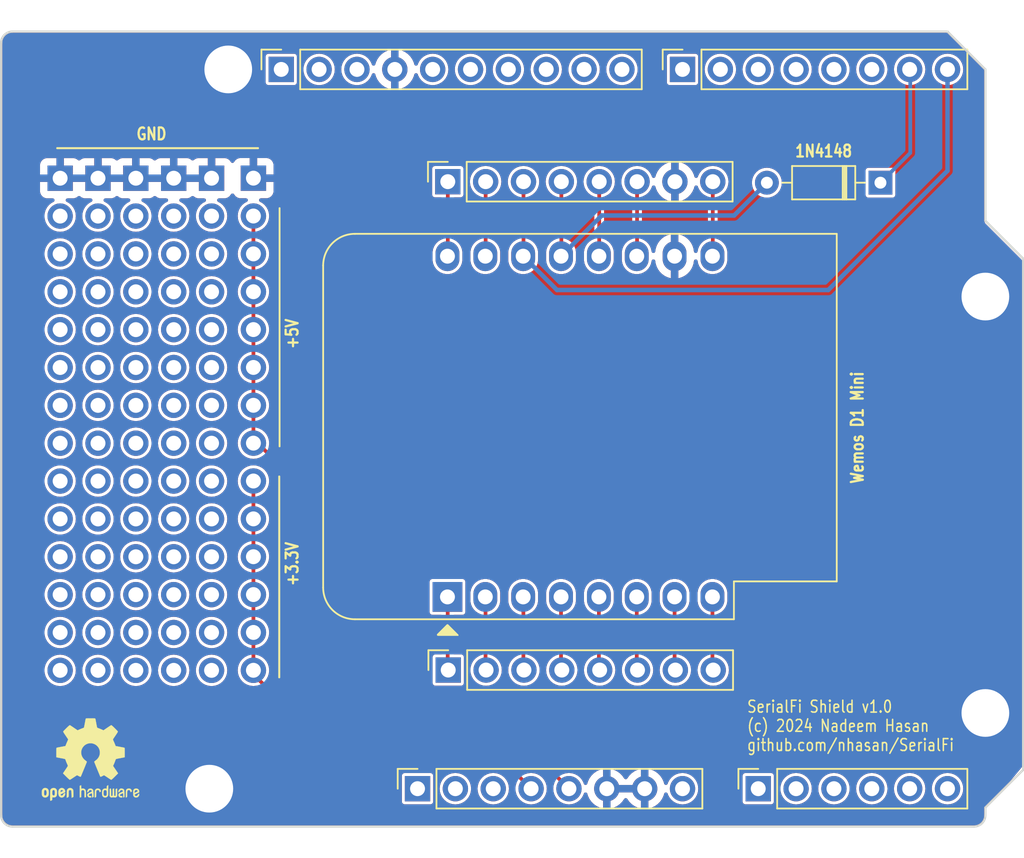
<source format=kicad_pcb>
(kicad_pcb (version 20240108) (generator "pcbnew") (generator_version "8.0")
  (title_block (date "mar. 31 mars 2015"))
  (layers (0 "F.Cu" signal) (31 "B.Cu" signal) (34 "B.Paste" user) (35 "F.Paste" user) (36 "B.SilkS" user "B.Silkscreen") (37 "F.SilkS" user "F.Silkscreen") (38 "B.Mask" user) (39 "F.Mask" user) (44 "Edge.Cuts" user))
  (net 0 "")
  (net 1 "GND")
  (net 3 "+5V")
  (net 4 "/IOREF")
  (net 5 "/A0")
  (net 6 "/A1")
  (net 7 "/A2")
  (net 8 "/A3")
  (net 9 "/SDA{slash}A4")
  (net 10 "/SCL{slash}A5")
  (net 11 "/13")
  (net 12 "/12")
  (net 13 "/AREF")
  (net 14 "/8")
  (net 15 "/7")
  (net 16 "/*11")
  (net 17 "/*10")
  (net 18 "/*9")
  (net 19 "/4")
  (net 20 "/2")
  (net 21 "/*6")
  (net 22 "/*5")
  (net 23 "/TX{slash}1")
  (net 24 "/*3")
  (net 25 "/RX{slash}0")
  (net 26 "+3V3")
  (net 27 "VCC")
  (net 28 "/~{RESET}")
  (net 29 "/SRX")
  (net 30 "/~{RST}")
  (net 31 "/D0'")
  (net 32 "/A0'")
  (net 33 "/SCK{slash}D5")
  (net 34 "/3V3")
  (net 35 "/MOSI{slash}D7")
  (net 36 "/MISO{slash}D6")
  (net 37 "/CS{slash}D8")
  (net 38 "/TX")
  (net 39 "/D4")
  (net 40 "/RX")
  (net 41 "/5V")
  (net 42 "/D3")
  (footprint "Connector_PinSocket_2.54mm:PinSocket_1x08_P2.54mm_Vertical" (layer "F.Cu") (at 127.94 97.46 90)
    (property "Reference" "J1" (hide yes))
    (property "Value" "Power")
    (pad "1" thru_hole rect (at 0 0 90) (size 1.7 1.7) (drill 1) (layers "*.Cu" "*.Mask"))
    (pad "2" thru_hole oval (at 0 2.54 90) (size 1.7 1.7) (drill 1) (layers "*.Cu" "*.Mask") (net 4 "/IOREF"))
    (pad "3" thru_hole oval (at 0 5.08 90) (size 1.7 1.7) (drill 1) (layers "*.Cu" "*.Mask") (net 28 "/~{RESET}"))
    (pad "4" thru_hole oval (at 0 7.62 90) (size 1.7 1.7) (drill 1) (layers "*.Cu" "*.Mask") (net 26 "+3V3"))
    (pad "5" thru_hole oval (at 0 10.16 90) (size 1.7 1.7) (drill 1) (layers "*.Cu" "*.Mask") (net 3 "+5V"))
    (pad "6" thru_hole oval (at 0 12.7 90) (size 1.7 1.7) (drill 1) (layers "*.Cu" "*.Mask") (net 1 "GND"))
    (pad "7" thru_hole oval (at 0 15.24 90) (size 1.7 1.7) (drill 1) (layers "*.Cu" "*.Mask") (net 1 "GND"))
    (pad "8" thru_hole oval (at 0 17.78 90) (size 1.7 1.7) (drill 1) (layers "*.Cu" "*.Mask") (net 27 "VCC"))
  )
  (footprint "Connector_PinSocket_2.54mm:PinSocket_1x06_P2.54mm_Vertical" (layer "F.Cu") (at 150.8 97.46 90)
    (property "Reference" "J3" (hide yes))
    (property "Value" "Analog")
    (pad "1" thru_hole rect (at 0 0 90) (size 1.7 1.7) (drill 1) (layers "*.Cu" "*.Mask") (net 5 "/A0"))
    (pad "2" thru_hole oval (at 0 2.54 90) (size 1.7 1.7) (drill 1) (layers "*.Cu" "*.Mask") (net 6 "/A1"))
    (pad "3" thru_hole oval (at 0 5.08 90) (size 1.7 1.7) (drill 1) (layers "*.Cu" "*.Mask") (net 7 "/A2"))
    (pad "4" thru_hole oval (at 0 7.62 90) (size 1.7 1.7) (drill 1) (layers "*.Cu" "*.Mask") (net 8 "/A3"))
    (pad "5" thru_hole oval (at 0 10.16 90) (size 1.7 1.7) (drill 1) (layers "*.Cu" "*.Mask") (net 9 "/SDA{slash}A4"))
    (pad "6" thru_hole oval (at 0 12.7 90) (size 1.7 1.7) (drill 1) (layers "*.Cu" "*.Mask") (net 10 "/SCL{slash}A5"))
  )
  (footprint "Connector_PinSocket_2.54mm:PinSocket_1x10_P2.54mm_Vertical" (layer "F.Cu") (at 118.796 49.2 90)
    (property "Reference" "J2" (hide yes))
    (property "Value" "Digital/PWM")
    (pad "1" thru_hole rect (at 0 0 90) (size 1.7 1.7) (drill 1) (layers "*.Cu" "*.Mask") (net 10 "/SCL{slash}A5"))
    (pad "2" thru_hole oval (at 0 2.54 90) (size 1.7 1.7) (drill 1) (layers "*.Cu" "*.Mask") (net 9 "/SDA{slash}A4"))
    (pad "3" thru_hole oval (at 0 5.08 90) (size 1.7 1.7) (drill 1) (layers "*.Cu" "*.Mask") (net 13 "/AREF"))
    (pad "4" thru_hole oval (at 0 7.62 90) (size 1.7 1.7) (drill 1) (layers "*.Cu" "*.Mask") (net 1 "GND"))
    (pad "5" thru_hole oval (at 0 10.16 90) (size 1.7 1.7) (drill 1) (layers "*.Cu" "*.Mask") (net 11 "/13"))
    (pad "6" thru_hole oval (at 0 12.7 90) (size 1.7 1.7) (drill 1) (layers "*.Cu" "*.Mask") (net 12 "/12"))
    (pad "7" thru_hole oval (at 0 15.24 90) (size 1.7 1.7) (drill 1) (layers "*.Cu" "*.Mask") (net 16 "/*11"))
    (pad "8" thru_hole oval (at 0 17.78 90) (size 1.7 1.7) (drill 1) (layers "*.Cu" "*.Mask") (net 17 "/*10"))
    (pad "9" thru_hole oval (at 0 20.32 90) (size 1.7 1.7) (drill 1) (layers "*.Cu" "*.Mask") (net 18 "/*9"))
    (pad "10" thru_hole oval (at 0 22.86 90) (size 1.7 1.7) (drill 1) (layers "*.Cu" "*.Mask") (net 14 "/8"))
  )
  (footprint "Connector_PinSocket_2.54mm:PinSocket_1x08_P2.54mm_Vertical" (layer "F.Cu") (at 145.72 49.2 90)
    (property "Reference" "J4" (hide yes))
    (property "Value" "Digital/PWM")
    (pad "1" thru_hole rect (at 0 0 90) (size 1.7 1.7) (drill 1) (layers "*.Cu" "*.Mask") (net 15 "/7"))
    (pad "2" thru_hole oval (at 0 2.54 90) (size 1.7 1.7) (drill 1) (layers "*.Cu" "*.Mask") (net 21 "/*6"))
    (pad "3" thru_hole oval (at 0 5.08 90) (size 1.7 1.7) (drill 1) (layers "*.Cu" "*.Mask") (net 22 "/*5"))
    (pad "4" thru_hole oval (at 0 7.62 90) (size 1.7 1.7) (drill 1) (layers "*.Cu" "*.Mask") (net 19 "/4"))
    (pad "5" thru_hole oval (at 0 10.16 90) (size 1.7 1.7) (drill 1) (layers "*.Cu" "*.Mask") (net 24 "/*3"))
    (pad "6" thru_hole oval (at 0 12.7 90) (size 1.7 1.7) (drill 1) (layers "*.Cu" "*.Mask") (net 20 "/2"))
    (pad "7" thru_hole oval (at 0 15.24 90) (size 1.7 1.7) (drill 1) (layers "*.Cu" "*.Mask") (net 23 "/TX{slash}1"))
    (pad "8" thru_hole oval (at 0 17.78 90) (size 1.7 1.7) (drill 1) (layers "*.Cu" "*.Mask") (net 25 "/RX{slash}0"))
  )
  (footprint "Connector_PinSocket_2.54mm:PinSocket_1x14_P2.54mm_Vertical" (layer "F.Cu") (at 109.04 56.5)
    (property "Reference" "C3" (hide yes))
    (property "Value" "PinSocket_1x14_P2.54mm_Vertical" (hide yes))
    (pad "1" thru_hole rect (at 0 0) (size 1.7 1.7) (drill 1) (layers "*.Cu" "*.Mask") (net 1 "GND"))
    (pad "2" thru_hole oval (at 0 2.54) (size 1.7 1.7) (drill 1) (layers "*.Cu" "*.Mask"))
    (pad "3" thru_hole oval (at 0 5.08) (size 1.7 1.7) (drill 1) (layers "*.Cu" "*.Mask"))
    (pad "4" thru_hole oval (at 0 7.62) (size 1.7 1.7) (drill 1) (layers "*.Cu" "*.Mask"))
    (pad "5" thru_hole oval (at 0 10.16) (size 1.7 1.7) (drill 1) (layers "*.Cu" "*.Mask"))
    (pad "6" thru_hole oval (at 0 12.7) (size 1.7 1.7) (drill 1) (layers "*.Cu" "*.Mask"))
    (pad "7" thru_hole oval (at 0 15.24) (size 1.7 1.7) (drill 1) (layers "*.Cu" "*.Mask"))
    (pad "8" thru_hole oval (at 0 17.78) (size 1.7 1.7) (drill 1) (layers "*.Cu" "*.Mask"))
    (pad "9" thru_hole oval (at 0 20.32) (size 1.7 1.7) (drill 1) (layers "*.Cu" "*.Mask"))
    (pad "10" thru_hole oval (at 0 22.86) (size 1.7 1.7) (drill 1) (layers "*.Cu" "*.Mask"))
    (pad "11" thru_hole oval (at 0 25.4) (size 1.7 1.7) (drill 1) (layers "*.Cu" "*.Mask"))
    (pad "12" thru_hole oval (at 0 27.94) (size 1.7 1.7) (drill 1) (layers "*.Cu" "*.Mask"))
    (pad "13" thru_hole oval (at 0 30.48) (size 1.7 1.7) (drill 1) (layers "*.Cu" "*.Mask"))
    (pad "14" thru_hole oval (at 0 33.02) (size 1.7 1.7) (drill 1) (layers "*.Cu" "*.Mask"))
  )
  (footprint "Module:WEMOS_D1_mini_light" (layer "F.Cu") (at 129.948286 84.591877 90)
    (property "Reference" "Wemos D1 Mini" (at 11.36 27.5 270) (layer "F.SilkS") (effects (font (size 0.8 0.65))))
    (property "Value" "WeMos_D1_mini")
    (pad "1" thru_hole rect (at 0 0 90) (size 2 2) (drill 1) (layers "*.Cu" "*.Mask") (net 30 "/~{RST}"))
    (pad "2" thru_hole oval (at 0 2.54 90) (size 2 1.6) (drill 1) (layers "*.Cu" "*.Mask") (net 32 "/A0'"))
    (pad "3" thru_hole oval (at 0 5.08 90) (size 2 1.6) (drill 1) (layers "*.Cu" "*.Mask") (net 31 "/D0'"))
    (pad "4" thru_hole oval (at 0 7.62 90) (size 2 1.6) (drill 1) (layers "*.Cu" "*.Mask") (net 33 "/SCK{slash}D5"))
    (pad "5" thru_hole oval (at 0 10.16 90) (size 2 1.6) (drill 1) (layers "*.Cu" "*.Mask") (net 36 "/MISO{slash}D6"))
    (pad "6" thru_hole oval (at 0 12.7 90) (size 2 1.6) (drill 1) (layers "*.Cu" "*.Mask") (net 35 "/MOSI{slash}D7"))
    (pad "7" thru_hole oval (at 0 15.24 90) (size 2 1.6) (drill 1) (layers "*.Cu" "*.Mask") (net 37 "/CS{slash}D8"))
    (pad "8" thru_hole oval (at 0 17.78 90) (size 2 1.6) (drill 1) (layers "*.Cu" "*.Mask") (net 34 "/3V3"))
    (pad "9" thru_hole oval (at 22.86 17.78 90) (size 2 1.6) (drill 1) (layers "*.Cu" "*.Mask") (net 41 "/5V"))
    (pad "10" thru_hole oval (at 22.86 15.24 90) (size 2 1.6) (drill 1) (layers "*.Cu" "*.Mask") (net 1 "GND"))
    (pad "11" thru_hole oval (at 22.86 12.7 90) (size 2 1.6) (drill 1) (layers "*.Cu" "*.Mask") (net 39 "/D4"))
    (pad "12" thru_hole oval (at 22.86 10.16 90) (size 2 1.6) (drill 1) (layers "*.Cu" "*.Mask") (net 42 "/D3"))
    (pad "13" thru_hole oval (at 22.86 7.62 90) (size 2 1.6) (drill 1) (layers "*.Cu" "*.Mask") (net 29 "/SRX"))
    (pad "14" thru_hole oval (at 22.86 5.08 90) (size 2 1.6) (drill 1) (layers "*.Cu" "*.Mask") (net 25 "/RX{slash}0"))
    (pad "15" thru_hole oval (at 22.86 2.54 90) (size 2 1.6) (drill 1) (layers "*.Cu" "*.Mask") (net 40 "/RX"))
    (pad "16" thru_hole oval (at 22.86 0 90) (size 2 1.6) (drill 1) (layers "*.Cu" "*.Mask") (net 38 "/TX"))
  )
  (footprint "Diode_THT:D_DO-35_SOD27_P7.62mm_Horizontal" (layer "F.Cu") (at 159 56.800746 180)
    (property "Reference" "D1" (hide yes))
    (property "Value" "1N4148" (at 3.81 2.12 180) (layer "F.SilkS") (effects (font (size 0.8 0.65))))
    (pad "1" thru_hole rect (at 0 0 180) (size 1.6 1.6) (drill 0.8) (layers "*.Cu" "*.Mask") (net 23 "/TX{slash}1"))
    (pad "2" thru_hole oval (at 7.62 0 180) (size 1.6 1.6) (drill 0.8) (layers "*.Cu" "*.Mask") (net 29 "/SRX"))
  )
  (footprint "Connector_PinSocket_2.54mm:PinSocket_1x14_P2.54mm_Vertical" (layer "F.Cu") (at 114.12 56.5)
    (property "Reference" "C5" (hide yes))
    (property "Value" "PinSocket_1x14_P2.54mm_Vertical" (hide yes))
    (pad "1" thru_hole rect (at 0 0) (size 1.7 1.7) (drill 1) (layers "*.Cu" "*.Mask") (net 1 "GND"))
    (pad "2" thru_hole oval (at 0 2.54) (size 1.7 1.7) (drill 1) (layers "*.Cu" "*.Mask"))
    (pad "3" thru_hole oval (at 0 5.08) (size 1.7 1.7) (drill 1) (layers "*.Cu" "*.Mask"))
    (pad "4" thru_hole oval (at 0 7.62) (size 1.7 1.7) (drill 1) (layers "*.Cu" "*.Mask"))
    (pad "5" thru_hole oval (at 0 10.16) (size 1.7 1.7) (drill 1) (layers "*.Cu" "*.Mask"))
    (pad "6" thru_hole oval (at 0 12.7) (size 1.7 1.7) (drill 1) (layers "*.Cu" "*.Mask"))
    (pad "7" thru_hole oval (at 0 15.24) (size 1.7 1.7) (drill 1) (layers "*.Cu" "*.Mask"))
    (pad "8" thru_hole oval (at 0 17.78) (size 1.7 1.7) (drill 1) (layers "*.Cu" "*.Mask"))
    (pad "9" thru_hole oval (at 0 20.32) (size 1.7 1.7) (drill 1) (layers "*.Cu" "*.Mask"))
    (pad "10" thru_hole oval (at 0 22.86) (size 1.7 1.7) (drill 1) (layers "*.Cu" "*.Mask"))
    (pad "11" thru_hole oval (at 0 25.4) (size 1.7 1.7) (drill 1) (layers "*.Cu" "*.Mask"))
    (pad "12" thru_hole oval (at 0 27.94) (size 1.7 1.7) (drill 1) (layers "*.Cu" "*.Mask"))
    (pad "13" thru_hole oval (at 0 30.48) (size 1.7 1.7) (drill 1) (layers "*.Cu" "*.Mask"))
    (pad "14" thru_hole oval (at 0 33.02) (size 1.7 1.7) (drill 1) (layers "*.Cu" "*.Mask"))
  )
  (footprint "Symbol:OSHW-Logo2_7.3x6mm_SilkScreen" (layer "F.Cu") (at 106 95.5)
    (property "Reference" "REF**" (hide yes))
    (property "Value" "OSHW-Logo2_7.3x6mm_SilkScreen" (hide yes))
  )
  (footprint "Connector_PinSocket_2.54mm:PinSocket_1x08_P2.54mm_Vertical" (layer "F.Cu") (at 130 89.5 90)
    (property "Reference" "J5" (hide yes))
    (property "Value" "Digital/PWM" (hide yes))
    (pad "1" thru_hole rect (at 0 0 90) (size 1.7 1.7) (drill 1) (layers "*.Cu" "*.Mask") (net 30 "/~{RST}"))
    (pad "2" thru_hole oval (at 0 2.54 90) (size 1.7 1.7) (drill 1) (layers "*.Cu" "*.Mask") (net 32 "/A0'"))
    (pad "3" thru_hole oval (at 0 5.08 90) (size 1.7 1.7) (drill 1) (layers "*.Cu" "*.Mask") (net 31 "/D0'"))
    (pad "4" thru_hole oval (at 0 7.62 90) (size 1.7 1.7) (drill 1) (layers "*.Cu" "*.Mask") (net 33 "/SCK{slash}D5"))
    (pad "5" thru_hole oval (at 0 10.16 90) (size 1.7 1.7) (drill 1) (layers "*.Cu" "*.Mask") (net 36 "/MISO{slash}D6"))
    (pad "6" thru_hole oval (at 0 12.7 90) (size 1.7 1.7) (drill 1) (layers "*.Cu" "*.Mask") (net 35 "/MOSI{slash}D7"))
    (pad "7" thru_hole oval (at 0 15.24 90) (size 1.7 1.7) (drill 1) (layers "*.Cu" "*.Mask") (net 37 "/CS{slash}D8"))
    (pad "8" thru_hole oval (at 0 17.78 90) (size 1.7 1.7) (drill 1) (layers "*.Cu" "*.Mask") (net 34 "/3V3"))
  )
  (footprint "Connector_PinSocket_2.54mm:PinSocket_1x14_P2.54mm_Vertical" (layer "F.Cu") (at 103.96 56.5)
    (property "Reference" "C1" (hide yes))
    (property "Value" "PinSocket_1x14_P2.54mm_Vertical" (hide yes))
    (pad "1" thru_hole rect (at 0 0) (size 1.7 1.7) (drill 1) (layers "*.Cu" "*.Mask") (net 1 "GND"))
    (pad "2" thru_hole oval (at 0 2.54) (size 1.7 1.7) (drill 1) (layers "*.Cu" "*.Mask"))
    (pad "3" thru_hole oval (at 0 5.08) (size 1.7 1.7) (drill 1) (layers "*.Cu" "*.Mask"))
    (pad "4" thru_hole oval (at 0 7.62) (size 1.7 1.7) (drill 1) (layers "*.Cu" "*.Mask"))
    (pad "5" thru_hole oval (at 0 10.16) (size 1.7 1.7) (drill 1) (layers "*.Cu" "*.Mask"))
    (pad "6" thru_hole oval (at 0 12.7) (size 1.7 1.7) (drill 1) (layers "*.Cu" "*.Mask"))
    (pad "7" thru_hole oval (at 0 15.24) (size 1.7 1.7) (drill 1) (layers "*.Cu" "*.Mask"))
    (pad "8" thru_hole oval (at 0 17.78) (size 1.7 1.7) (drill 1) (layers "*.Cu" "*.Mask"))
    (pad "9" thru_hole oval (at 0 20.32) (size 1.7 1.7) (drill 1) (layers "*.Cu" "*.Mask"))
    (pad "10" thru_hole oval (at 0 22.86) (size 1.7 1.7) (drill 1) (layers "*.Cu" "*.Mask"))
    (pad "11" thru_hole oval (at 0 25.4) (size 1.7 1.7) (drill 1) (layers "*.Cu" "*.Mask"))
    (pad "12" thru_hole oval (at 0 27.94) (size 1.7 1.7) (drill 1) (layers "*.Cu" "*.Mask"))
    (pad "13" thru_hole oval (at 0 30.48) (size 1.7 1.7) (drill 1) (layers "*.Cu" "*.Mask"))
    (pad "14" thru_hole oval (at 0 33.02) (size 1.7 1.7) (drill 1) (layers "*.Cu" "*.Mask"))
  )
  (footprint "Arduino_MountingHole:MountingHole_3.2mm" (layer "F.Cu") (at 115.24 49.2)
    (property "Reference" "MH1" (hide yes))
    (property "Value" "MountingHole_3.2mm" (hide yes))
    (pad "" np_thru_hole circle (at 0 0) (size 3.2 3.2) (drill 3.2) (layers "*.Cu" "*.Mask"))
  )
  (footprint "Connector_PinSocket_2.54mm:PinSocket_1x14_P2.54mm_Vertical" (layer "F.Cu") (at 111.58 56.5)
    (property "Reference" "C4" (hide yes))
    (property "Value" "PinSocket_1x14_P2.54mm_Vertical" (hide yes))
    (pad "1" thru_hole rect (at 0 0) (size 1.7 1.7) (drill 1) (layers "*.Cu" "*.Mask") (net 1 "GND"))
    (pad "2" thru_hole oval (at 0 2.54) (size 1.7 1.7) (drill 1) (layers "*.Cu" "*.Mask"))
    (pad "3" thru_hole oval (at 0 5.08) (size 1.7 1.7) (drill 1) (layers "*.Cu" "*.Mask"))
    (pad "4" thru_hole oval (at 0 7.62) (size 1.7 1.7) (drill 1) (layers "*.Cu" "*.Mask"))
    (pad "5" thru_hole oval (at 0 10.16) (size 1.7 1.7) (drill 1) (layers "*.Cu" "*.Mask"))
    (pad "6" thru_hole oval (at 0 12.7) (size 1.7 1.7) (drill 1) (layers "*.Cu" "*.Mask"))
    (pad "7" thru_hole oval (at 0 15.24) (size 1.7 1.7) (drill 1) (layers "*.Cu" "*.Mask"))
    (pad "8" thru_hole oval (at 0 17.78) (size 1.7 1.7) (drill 1) (layers "*.Cu" "*.Mask"))
    (pad "9" thru_hole oval (at 0 20.32) (size 1.7 1.7) (drill 1) (layers "*.Cu" "*.Mask"))
    (pad "10" thru_hole oval (at 0 22.86) (size 1.7 1.7) (drill 1) (layers "*.Cu" "*.Mask"))
    (pad "11" thru_hole oval (at 0 25.4) (size 1.7 1.7) (drill 1) (layers "*.Cu" "*.Mask"))
    (pad "12" thru_hole oval (at 0 27.94) (size 1.7 1.7) (drill 1) (layers "*.Cu" "*.Mask"))
    (pad "13" thru_hole oval (at 0 30.48) (size 1.7 1.7) (drill 1) (layers "*.Cu" "*.Mask"))
    (pad "14" thru_hole oval (at 0 33.02) (size 1.7 1.7) (drill 1) (layers "*.Cu" "*.Mask"))
  )
  (footprint "Connector_PinSocket_2.54mm:PinSocket_1x14_P2.54mm_Vertical" (layer "F.Cu") (at 116.929085 56.495834)
    (property "Reference" "C6" (hide yes))
    (property "Value" "PinSocket_1x14_P2.54mm_Vertical" (hide yes))
    (pad "1" thru_hole rect (at 0 0) (size 1.7 1.7) (drill 1) (layers "*.Cu" "*.Mask") (net 1 "GND"))
    (pad "2" thru_hole oval (at 0 2.54) (size 1.7 1.7) (drill 1) (layers "*.Cu" "*.Mask") (net 3 "+5V"))
    (pad "3" thru_hole oval (at 0 5.08) (size 1.7 1.7) (drill 1) (layers "*.Cu" "*.Mask") (net 3 "+5V"))
    (pad "4" thru_hole oval (at 0 7.62) (size 1.7 1.7) (drill 1) (layers "*.Cu" "*.Mask") (net 3 "+5V"))
    (pad "5" thru_hole oval (at 0 10.16) (size 1.7 1.7) (drill 1) (layers "*.Cu" "*.Mask") (net 3 "+5V"))
    (pad "6" thru_hole oval (at 0 12.7) (size 1.7 1.7) (drill 1) (layers "*.Cu" "*.Mask") (net 3 "+5V"))
    (pad "7" thru_hole oval (at 0 15.24) (size 1.7 1.7) (drill 1) (layers "*.Cu" "*.Mask") (net 3 "+5V"))
    (pad "8" thru_hole oval (at 0 17.78) (size 1.7 1.7) (drill 1) (layers "*.Cu" "*.Mask") (net 3 "+5V"))
    (pad "9" thru_hole oval (at 0 20.32) (size 1.7 1.7) (drill 1) (layers "*.Cu" "*.Mask") (net 26 "+3V3"))
    (pad "10" thru_hole oval (at 0 22.86) (size 1.7 1.7) (drill 1) (layers "*.Cu" "*.Mask") (net 26 "+3V3"))
    (pad "11" thru_hole oval (at 0 25.4) (size 1.7 1.7) (drill 1) (layers "*.Cu" "*.Mask") (net 26 "+3V3"))
    (pad "12" thru_hole oval (at 0 27.94) (size 1.7 1.7) (drill 1) (layers "*.Cu" "*.Mask") (net 26 "+3V3"))
    (pad "13" thru_hole oval (at 0 30.48) (size 1.7 1.7) (drill 1) (layers "*.Cu" "*.Mask") (net 26 "+3V3"))
    (pad "14" thru_hole oval (at 0 33.02) (size 1.7 1.7) (drill 1) (layers "*.Cu" "*.Mask") (net 26 "+3V3"))
  )
  (footprint "Connector_PinSocket_2.54mm:PinSocket_1x08_P2.54mm_Vertical" (layer "F.Cu") (at 129.970061 56.731141 90)
    (property "Reference" "J6" (hide yes))
    (property "Value" "Digital/PWM" (hide yes))
    (pad "1" thru_hole rect (at 0 0 90) (size 1.7 1.7) (drill 1) (layers "*.Cu" "*.Mask") (net 38 "/TX"))
    (pad "2" thru_hole oval (at 0 2.54 90) (size 1.7 1.7) (drill 1) (layers "*.Cu" "*.Mask") (net 40 "/RX"))
    (pad "3" thru_hole oval (at 0 5.08 90) (size 1.7 1.7) (drill 1) (layers "*.Cu" "*.Mask") (net 25 "/RX{slash}0"))
    (pad "4" thru_hole oval (at 0 7.62 90) (size 1.7 1.7) (drill 1) (layers "*.Cu" "*.Mask") (net 29 "/SRX"))
    (pad "5" thru_hole oval (at 0 10.16 90) (size 1.7 1.7) (drill 1) (layers "*.Cu" "*.Mask") (net 42 "/D3"))
    (pad "6" thru_hole oval (at 0 12.7 90) (size 1.7 1.7) (drill 1) (layers "*.Cu" "*.Mask") (net 39 "/D4"))
    (pad "7" thru_hole oval (at 0 15.24 90) (size 1.7 1.7) (drill 1) (layers "*.Cu" "*.Mask") (net 1 "GND"))
    (pad "8" thru_hole oval (at 0 17.78 90) (size 1.7 1.7) (drill 1) (layers "*.Cu" "*.Mask") (net 41 "/5V"))
  )
  (footprint "Connector_PinSocket_2.54mm:PinSocket_1x14_P2.54mm_Vertical" (layer "F.Cu") (at 106.5 56.5)
    (property "Reference" "C2" (hide yes))
    (property "Value" "PinSocket_1x14_P2.54mm_Vertical" (hide yes))
    (pad "1" thru_hole rect (at 0 0) (size 1.7 1.7) (drill 1) (layers "*.Cu" "*.Mask") (net 1 "GND"))
    (pad "2" thru_hole oval (at 0 2.54) (size 1.7 1.7) (drill 1) (layers "*.Cu" "*.Mask"))
    (pad "3" thru_hole oval (at 0 5.08) (size 1.7 1.7) (drill 1) (layers "*.Cu" "*.Mask"))
    (pad "4" thru_hole oval (at 0 7.62) (size 1.7 1.7) (drill 1) (layers "*.Cu" "*.Mask"))
    (pad "5" thru_hole oval (at 0 10.16) (size 1.7 1.7) (drill 1) (layers "*.Cu" "*.Mask"))
    (pad "6" thru_hole oval (at 0 12.7) (size 1.7 1.7) (drill 1) (layers "*.Cu" "*.Mask"))
    (pad "7" thru_hole oval (at 0 15.24) (size 1.7 1.7) (drill 1) (layers "*.Cu" "*.Mask"))
    (pad "8" thru_hole oval (at 0 17.78) (size 1.7 1.7) (drill 1) (layers "*.Cu" "*.Mask"))
    (pad "9" thru_hole oval (at 0 20.32) (size 1.7 1.7) (drill 1) (layers "*.Cu" "*.Mask"))
    (pad "10" thru_hole oval (at 0 22.86) (size 1.7 1.7) (drill 1) (layers "*.Cu" "*.Mask"))
    (pad "11" thru_hole oval (at 0 25.4) (size 1.7 1.7) (drill 1) (layers "*.Cu" "*.Mask"))
    (pad "12" thru_hole oval (at 0 27.94) (size 1.7 1.7) (drill 1) (layers "*.Cu" "*.Mask"))
    (pad "13" thru_hole oval (at 0 30.48) (size 1.7 1.7) (drill 1) (layers "*.Cu" "*.Mask"))
    (pad "14" thru_hole oval (at 0 33.02) (size 1.7 1.7) (drill 1) (layers "*.Cu" "*.Mask"))
  )
  (footprint "Arduino_MountingHole:MountingHole_3.2mm" (layer "F.Cu") (at 113.97 97.46)
    (property "Reference" "MH2" (hide yes))
    (property "Value" "MountingHole_3.2mm" (hide yes))
    (pad "" np_thru_hole circle (at 0 0) (size 3.2 3.2) (drill 3.2) (layers "*.Cu" "*.Mask"))
  )
  (footprint "Arduino_MountingHole:MountingHole_3.2mm" (layer "F.Cu") (at 166.04 64.44)
    (property "Reference" "MH3" (hide yes))
    (property "Value" "MountingHole_3.2mm" (hide yes))
    (pad "" np_thru_hole circle (at 0 0) (size 3.2 3.2) (drill 3.2) (layers "*.Cu" "*.Mask"))
  )
  (footprint "Arduino_MountingHole:MountingHole_3.2mm" (layer "F.Cu") (at 166.04 92.38)
    (property "Reference" "MH4" (hide yes))
    (property "Value" "MountingHole_3.2mm" (hide yes))
    (pad "" np_thru_hole circle (at 0 0) (size 3.2 3.2) (drill 3.2) (layers "*.Cu" "*.Mask"))
  )
  (gr_rect (start 118.670964 58.5) (end 118.696364 74.5) (stroke (width 0.1)) (fill none) (layer "F.SilkS"))
  (gr_rect (start 118.644385 76.500705) (end 118.678022 90.000705) (stroke (width 0.1)) (fill none) (layer "F.SilkS"))
  (gr_rect (start 103.75 54.466363) (end 117.25 54.5) (stroke (width 0.1)) (fill none) (layer "F.SilkS"))
  (gr_line (start 166.04 59.36) (end 168.58 61.9) (stroke (width 0.15)) (layer "Edge.Cuts"))
  (gr_line (start 100 99.238) (end 100 47.422) (stroke (width 0.15)) (layer "Edge.Cuts"))
  (gr_line (start 168.58 61.9) (end 168.58 96.19) (stroke (width 0.15)) (layer "Edge.Cuts"))
  (gr_line (start 165.278 100) (end 100.762 100) (stroke (width 0.15)) (layer "Edge.Cuts"))
  (gr_line (start 100.762 46.66) (end 163.5 46.66) (stroke (width 0.15)) (layer "Edge.Cuts"))
  (gr_arc (start 100.762 100) (mid 100.223185 99.776815) (end 100 99.238) (stroke (width 0.15)) (layer "Edge.Cuts"))
  (gr_line (start 168.58 96.19) (end 166.04 98.73) (stroke (width 0.15)) (layer "Edge.Cuts"))
  (gr_line (start 163.5 46.66) (end 166.04 49.2) (stroke (width 0.15)) (layer "Edge.Cuts"))
  (gr_arc (start 166.04 99.238) (mid 165.816815 99.776815) (end 165.278 100) (stroke (width 0.15)) (layer "Edge.Cuts"))
  (gr_line (start 166.04 49.2) (end 166.04 59.36) (stroke (width 0.15)) (layer "Edge.Cuts"))
  (gr_line (start 166.04 98.73) (end 166.04 99.238) (stroke (width 0.15)) (layer "Edge.Cuts"))
  (gr_arc (start 100 47.422) (mid 100.223185 46.883185) (end 100.762 46.66) (stroke (width 0.15)) (layer "Edge.Cuts"))
  (gr_text "+3.3V" (at 119.995834 83.933672 90) (layer "F.SilkS") (effects (font (size 0.8 0.65)) (justify left bottom)))
  (gr_text "GND" (at 109 54 0) (layer "F.SilkS") (effects (font (size 0.8 0.65)) (justify left bottom)))
  (gr_text "+5V" (at 119.995834 68.028163 90) (layer "F.SilkS") (effects (font (size 0.8 0.65)) (justify left bottom)))
  (gr_text "SerialFi Shield v1.0\n(c) 2024 Nadeem Hasan\ngithub.com/nhasan/SerialFi" (at 150 95 0) (layer "F.SilkS") (effects (font (size 0.8 0.65) (thickness 0.1)) (justify left bottom)))
  (segment (start 145.210061 61.710102) (end 145.188286 61.731877) (width 0.25) (layer "F.Cu") (net 1))
  (segment (start 143.28 97.36) (end 143.18 97.46) (width 0.25) (layer "F.Cu") (net 1))
  (segment (start 145.210061 56.731141) (end 145.210061 61.710102) (width 0.25) (layer "F.Cu") (net 1))
  (segment (start 116.66 59.04) (end 116.929085 59.309085) (width 0.25) (layer "F.Cu") (net 3))
  (segment (start 116.929085 59.309085) (end 116.929085 73.989085) (width 0.25) (layer "F.Cu") (net 3))
  (segment (start 134.64 94) (end 138.1 97.46) (width 0.25) (layer "F.Cu") (net 3))
  (segment (start 127.5 94) (end 134.64 94) (width 0.25) (layer "F.Cu") (net 3))
  (segment (start 119.5 76.56) (end 119.5 86) (width 0.25) (layer "F.Cu") (net 3))
  (segment (start 119.5 86) (end 127.5 94) (width 0.25) (layer "F.Cu") (net 3))
  (segment (start 116.929085 73.989085) (end 119.5 76.56) (width 0.25) (layer "F.Cu") (net 3))
  (segment (start 160.96 49.2) (end 161 49.24) (width 0.25) (layer "F.Cu") (net 23))
  (segment (start 161 49.24) (end 161 54.800746) (width 0.25) (layer "B.Cu") (net 23))
  (segment (start 161 54.800746) (end 159 56.800746) (width 0.25) (layer "B.Cu") (net 23))
  (segment (start 135.050061 61.710102) (end 135.028286 61.731877) (width 0.25) (layer "F.Cu") (net 25))
  (segment (start 135.050061 56.731141) (end 135.050061 61.710102) (width 0.25) (layer "F.Cu") (net 25))
  (segment (start 155.5 64) (end 137.296409 64) (width 0.3) (layer "B.Cu") (net 25))
  (segment (start 137.296409 64) (end 135.028286 61.731877) (width 0.3) (layer "B.Cu") (net 25))
  (segment (start 163.5 49.2) (end 163.5 56) (width 0.3) (layer "B.Cu") (net 25))
  (segment (start 163.5 56) (end 155.5 64) (width 0.3) (layer "B.Cu") (net 25))
  (segment (start 116.929085 89.789085) (end 122.14 95) (width 0.25) (layer "F.Cu") (net 26))
  (segment (start 116.66 76.82) (end 116.929085 77.089085) (width 0.25) (layer "F.Cu") (net 26))
  (segment (start 133.1 95) (end 135.56 97.46) (width 0.25) (layer "F.Cu") (net 26))
  (segment (start 116.929085 77.089085) (end 116.929085 89.789085) (width 0.25) (layer "F.Cu") (net 26))
  (segment (start 122.14 95) (end 133.1 95) (width 0.25) (layer "F.Cu") (net 26))
  (segment (start 137.590061 61.710102) (end 137.568286 61.731877) (width 0.25) (layer "F.Cu") (net 29))
  (segment (start 137.590061 56.731141) (end 137.590061 61.710102) (width 0.25) (layer "F.Cu") (net 29))
  (segment (start 151.38 56.800746) (end 149.180746 59) (width 0.3) (layer "B.Cu") (net 29))
  (segment (start 140.300163 59) (end 137.568286 61.731877) (width 0.3) (layer "B.Cu") (net 29))
  (segment (start 149.180746 59) (end 140.300163 59) (width 0.3) (layer "B.Cu") (net 29))
  (segment (start 137.568286 61.135304) (end 137.568286 61.731877) (width 0.3) (layer "B.Cu") (net 29))
  (segment (start 129.96359 84.5) (end 129.96359 89.5) (width 0.25) (layer "F.Cu") (net 30))
  (segment (start 135.04359 84.5) (end 135.04359 89.5) (width 0.25) (layer "F.Cu") (net 31))
  (segment (start 132.50359 84.5) (end 132.50359 89.5) (width 0.25) (layer "F.Cu") (net 32))
  (segment (start 137.568286 84.591877) (end 137.568286 89.484696) (width 0.25) (layer "F.Cu") (net 33))
  (segment (start 137.568286 89.484696) (end 137.58359 89.5) (width 0.25) (layer "F.Cu") (net 33))
  (segment (start 147.728286 89.460673) (end 147.791727 89.524114) (width 0.25) (layer "F.Cu") (net 34))
  (segment (start 147.728286 84.591877) (end 147.728286 89.460673) (width 0.25) (layer "F.Cu") (net 34))
  (segment (start 142.648286 89.460673) (end 142.711727 89.524114) (width 0.25) (layer "F.Cu") (net 35))
  (segment (start 142.648286 84.591877) (end 142.648286 89.460673) (width 0.25) (layer "F.Cu") (net 35))
  (segment (start 140.108286 84.591877) (end 140.108286 89.460673) (width 0.25) (layer "F.Cu") (net 36))
  (segment (start 140.108286 89.460673) (end 140.171727 89.524114) (width 0.25) (layer "F.Cu") (net 36))
  (segment (start 145.188286 89.460673) (end 145.251727 89.524114) (width 0.25) (layer "F.Cu") (net 37))
  (segment (start 145.188286 84.591877) (end 145.188286 89.460673) (width 0.25) (layer "F.Cu") (net 37))
  (segment (start 129.970061 61.710102) (end 129.948286 61.731877) (width 0.25) (layer "F.Cu") (net 38))
  (segment (start 129.970061 56.731141) (end 129.970061 61.710102) (width 0.25) (layer "F.Cu") (net 38))
  (segment (start 142.670061 56.731141) (end 142.670061 61.710102) (width 0.25) (layer "F.Cu") (net 39))
  (segment (start 142.670061 61.710102) (end 142.648286 61.731877) (width 0.25) (layer "F.Cu") (net 39))
  (segment (start 132.510061 61.710102) (end 132.488286 61.731877) (width 0.25) (layer "F.Cu") (net 40))
  (segment (start 132.510061 56.731141) (end 132.510061 61.710102) (width 0.25) (layer "F.Cu") (net 40))
  (segment (start 147.750061 61.710102) (end 147.728286 61.731877) (width 0.25) (layer "F.Cu") (net 41))
  (segment (start 147.750061 56.731141) (end 147.750061 61.710102) (width 0.25) (layer "F.Cu") (net 41))
  (segment (start 140.130061 56.731141) (end 140.130061 61.710102) (width 0.25) (layer "F.Cu") (net 42))
  (segment (start 140.130061 61.710102) (end 140.108286 61.731877) (width 0.25) (layer "F.Cu") (net 42))
  (zone (net 1) (net_name "GND") (layers "F&B.Cu") (connect_pads (clearance 0)) (min_thickness 0.25) (fill yes (thermal_gap 0.5) (thermal_bridge_width 0.5) (island_removal_mode 1) (island_area_min 10))
    (polygon (pts (xy 100 46.5) (xy 100 100) (xy 165.5 100) (xy 166 99.5) (xy 166 99) (xy 168.5 96) (xy 168.5 62) (xy 166 59.5) (xy 166 49) (xy 163.5 46.5)))
  )
)
</source>
